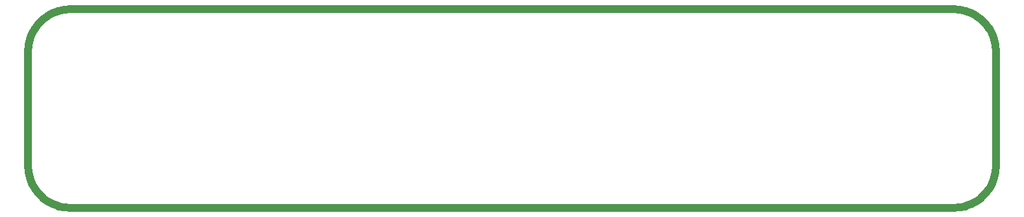
<source format=gm1>
G04 Layer_Color=16711935*
%FSLAX25Y25*%
%MOIN*%
G70*
G01*
G75*
%ADD29C,0.03937*%
D29*
X244668Y41110D02*
G03*
X244514Y41350I-1730J-940D01*
G01*
X242831Y43598D02*
G03*
X242647Y43810I-1576J-1180D01*
G01*
X247189Y35492D02*
G03*
X247109Y35763I-1924J-418D01*
G01*
X246129Y38391D02*
G03*
X246012Y38649I-1845J-686D01*
G01*
X244666Y41113D02*
G03*
X244514Y41350I-1728J-943D01*
G01*
X242831Y43598D02*
G03*
X242646Y43812I-1576J-1180D01*
G01*
X246129Y38393D02*
G03*
X246010Y38652I-1845J-688D01*
G01*
X247827Y32465D02*
G03*
X247786Y32748I-1964J-136D01*
G01*
X247189Y35492D02*
G03*
X247110Y35761I-1924J-418D01*
G01*
X248032Y29528D02*
G03*
X248026Y29672I-1969J0D01*
G01*
X248032Y29528D02*
G03*
X248027Y29668I-1969J0D01*
G01*
X247826Y32469D02*
G03*
X247786Y32748I-1964J-140D01*
G01*
X232614Y50259D02*
G03*
X232342Y50339I-690J-1844D01*
G01*
X235499Y49161D02*
G03*
X235241Y49279I-943J-1728D01*
G01*
X235502Y49160D02*
G03*
X235243Y49278I-947J-1726D01*
G01*
X232612Y50260D02*
G03*
X232342Y50339I-688J-1845D01*
G01*
X229598Y50936D02*
G03*
X229320Y50976I-418J-1924D01*
G01*
X226518Y51176D02*
G03*
X226378Y51181I-140J-1964D01*
G01*
X226523Y51176D02*
G03*
X226378Y51181I-145J-1963D01*
G01*
X229598Y50936D02*
G03*
X229315Y50976I-418J-1924D01*
G01*
X240662Y45796D02*
G03*
X240449Y45981I-1393J-1391D01*
G01*
X238200Y47664D02*
G03*
X237964Y47815I-1180J-1576D01*
G01*
X240661Y45796D02*
G03*
X240449Y45981I-1392J-1392D01*
G01*
X238200Y47664D02*
G03*
X237961Y47817I-1180J-1576D01*
G01*
X248027Y-29668D02*
G03*
X248032Y-29528I-1964J140D01*
G01*
X248026Y-29672D02*
G03*
X248032Y-29528I-1963J145D01*
G01*
X247786Y-32748D02*
G03*
X247827Y-32465I-1924J418D01*
G01*
X247110Y-35761D02*
G03*
X247189Y-35492I-1845J688D01*
G01*
X247786Y-32748D02*
G03*
X247826Y-32469I-1924J418D01*
G01*
X247110Y-35761D02*
G03*
X247189Y-35492I-1845J688D01*
G01*
X246012Y-38649D02*
G03*
X246129Y-38393I-1728J943D01*
G01*
X246012Y-38649D02*
G03*
X246129Y-38393I-1728J943D01*
G01*
X244514Y-41350D02*
G03*
X244666Y-41113I-1576J1180D01*
G01*
X242647Y-43810D02*
G03*
X242831Y-43598I-1392J1392D01*
G01*
X244514Y-41350D02*
G03*
X244666Y-41113I-1576J1180D01*
G01*
X242646Y-43812D02*
G03*
X242831Y-43598I-1391J1393D01*
G01*
X240449Y-45981D02*
G03*
X240662Y-45796I-1180J1576D01*
G01*
X240449Y-45981D02*
G03*
X240661Y-45796I-1180J1576D01*
G01*
X237964Y-47815D02*
G03*
X238200Y-47664I-943J1728D01*
G01*
X237964Y-47815D02*
G03*
X238200Y-47664I-943J1728D01*
G01*
X235241Y-49279D02*
G03*
X235499Y-49161I-686J1845D01*
G01*
X232341Y-50339D02*
G03*
X232612Y-50260I-417J1924D01*
G01*
X235243Y-49278D02*
G03*
X235499Y-49161I-688J1845D01*
G01*
X232342Y-50339D02*
G03*
X232614Y-50259I-418J1924D01*
G01*
X229320Y-50976D02*
G03*
X229599Y-50936I-140J1964D01*
G01*
X229315Y-50976D02*
G03*
X229598Y-50936I-136J1964D01*
G01*
X226378Y-51181D02*
G03*
X226523Y-51176I0J1969D01*
G01*
X226378Y-51181D02*
G03*
X226518Y-51176I0J1969D01*
G01*
X-226378Y51181D02*
G03*
X-226518Y51176I0J-1969D01*
G01*
X-229316Y50976D02*
G03*
X-229598Y50936I136J-1964D01*
G01*
X-226378Y51181D02*
G03*
X-226522Y51176I0J-1969D01*
G01*
X-229320Y50976D02*
G03*
X-229598Y50936I140J-1964D01*
G01*
X-232342Y50339D02*
G03*
X-232612Y50260I418J-1924D01*
G01*
X-232342Y50339D02*
G03*
X-232612Y50260I418J-1924D01*
G01*
X-235243Y49278D02*
G03*
X-235499Y49161I688J-1845D01*
G01*
X-235243Y49278D02*
G03*
X-235499Y49161I688J-1845D01*
G01*
X-237964Y47815D02*
G03*
X-238200Y47664I943J-1728D01*
G01*
X-237964Y47815D02*
G03*
X-238200Y47664I943J-1728D01*
G01*
X-240449Y45981D02*
G03*
X-240661Y45796I1180J-1576D01*
G01*
X-240449Y45981D02*
G03*
X-240662Y45796I1180J-1576D01*
G01*
X-242646Y43812D02*
G03*
X-242831Y43598I1391J-1393D01*
G01*
X-242647Y43810D02*
G03*
X-242831Y43598I1392J-1392D01*
G01*
X-244514Y41350D02*
G03*
X-244666Y41113I1576J-1180D01*
G01*
X-244514Y41350D02*
G03*
X-244667Y41111I1576J-1180D01*
G01*
X-246010Y38651D02*
G03*
X-246129Y38393I1726J-946D01*
G01*
X-246012Y38649D02*
G03*
X-246129Y38391I1728J-943D01*
G01*
X-247109Y35763D02*
G03*
X-247189Y35492I1844J-690D01*
G01*
X-247110Y35761D02*
G03*
X-247190Y35489I1845J-688D01*
G01*
X-247785Y32751D02*
G03*
X-247826Y32469I1923J-422D01*
G01*
X-247786Y32748D02*
G03*
X-247826Y32466I1924J-418D01*
G01*
X-248026Y29671D02*
G03*
X-248032Y29528I1963J-144D01*
G01*
X-248027Y29668D02*
G03*
X-248032Y29528I1964J-140D01*
G01*
X-232612Y-50260D02*
G03*
X-232342Y-50339I688J1845D01*
G01*
X-235502Y-49160D02*
G03*
X-235243Y-49278I947J1726D01*
G01*
X-240661Y-45796D02*
G03*
X-240449Y-45981I1392J1392D01*
G01*
X-240662Y-45796D02*
G03*
X-240449Y-45981I1393J1391D01*
G01*
X-238200Y-47664D02*
G03*
X-237964Y-47815I1180J1576D01*
G01*
X-238200Y-47664D02*
G03*
X-237961Y-47817I1180J1576D01*
G01*
X-229598Y-50936D02*
G03*
X-229316Y-50976I418J1924D01*
G01*
X-226518Y-51176D02*
G03*
X-226378Y-51181I140J1964D01*
G01*
X-226522Y-51176D02*
G03*
X-226378Y-51181I144J1963D01*
G01*
X-235499Y-49161D02*
G03*
X-235243Y-49278I943J1728D01*
G01*
X-229601Y-50935D02*
G03*
X-229320Y-50976I422J1923D01*
G01*
X-232612Y-50260D02*
G03*
X-232339Y-50340I688J1845D01*
G01*
X-246129Y-38393D02*
G03*
X-246012Y-38649I1845J688D01*
G01*
X-247189Y-35492D02*
G03*
X-247110Y-35761I1924J418D01*
G01*
X-248032Y-29528D02*
G03*
X-248026Y-29671I1969J0D01*
G01*
X-247826Y-32466D02*
G03*
X-247786Y-32748I1964J137D01*
G01*
X-248032Y-29528D02*
G03*
X-248027Y-29668I1969J0D01*
G01*
X-247826Y-32469D02*
G03*
X-247785Y-32751I1964J140D01*
G01*
X-247190Y-35489D02*
G03*
X-247110Y-35761I1924J415D01*
G01*
X-242831Y-43598D02*
G03*
X-242646Y-43812I1576J1180D01*
G01*
X-246129Y-38393D02*
G03*
X-246010Y-38651I1845J688D01*
G01*
X-244667Y-41111D02*
G03*
X-244514Y-41350I1729J941D01*
G01*
X-244666Y-41113D02*
G03*
X-244514Y-41350I1728J943D01*
G01*
X-242831Y-43598D02*
G03*
X-242647Y-43810I1576J1180D01*
G01*
X244666Y41113D02*
X244668Y41110D01*
X246010Y38652D01*
X246012Y38649D01*
X242831Y43598D02*
X244514Y41350D01*
X246129Y38393D02*
X246129Y38391D01*
X247109Y35763D01*
X247110Y35761D01*
X240661Y45796D02*
X240662Y45796D01*
X242646Y43812D01*
X242647Y43810D01*
X247826Y32469D02*
X247827Y32465D01*
X248026Y29672D01*
X248027Y29668D01*
X247189Y35492D02*
X247786Y32748D01*
X235241Y49279D02*
X235243Y49278D01*
X232614Y50259D02*
X235241Y49279D01*
X232612Y50260D02*
X232614Y50259D01*
X237961Y47817D02*
X237964Y47815D01*
X235502Y49160D02*
X237961Y47817D01*
X235499Y49161D02*
X235502Y49160D01*
X229598Y50936D02*
X232342Y50339D01*
X229315Y50976D02*
X229320Y50976D01*
X226523Y51176D02*
X229315Y50976D01*
X226518Y51176D02*
X226523Y51176D01*
X238200Y47664D02*
X240449Y45981D01*
X248032Y-29528D02*
Y29528D01*
X248026Y-29672D02*
X248027Y-29668D01*
X247827Y-32465D02*
X248026Y-29672D01*
X247826Y-32469D02*
X247827Y-32465D01*
X247189Y-35492D02*
X247786Y-32748D01*
X246129Y-38393D02*
X247110Y-35761D01*
X244666Y-41113D02*
X246012Y-38649D01*
X242831Y-43598D02*
X244514Y-41350D01*
X242646Y-43812D02*
X242647Y-43810D01*
X240662Y-45796D02*
X242646Y-43812D01*
X240661Y-45796D02*
X240662Y-45796D01*
X238200Y-47664D02*
X240449Y-45981D01*
X235499Y-49161D02*
X237964Y-47815D01*
X235241Y-49279D02*
X235243Y-49278D01*
X232614Y-50259D02*
X235241Y-49279D01*
X232612Y-50260D02*
X232614Y-50259D01*
X232341Y-50339D02*
X232342Y-50339D01*
X229599Y-50936D02*
X232341Y-50339D01*
X229598Y-50936D02*
X229599Y-50936D01*
X229315Y-50976D02*
X229320Y-50976D01*
X226523Y-51176D02*
X229315Y-50976D01*
X226518Y-51176D02*
X226523Y-51176D01*
X-226378Y51181D02*
X226378D01*
X-226522Y51176D02*
X-226518Y51176D01*
X-229316Y50976D02*
X-226522Y51176D01*
X-229320Y50976D02*
X-229316Y50976D01*
X-232342Y50339D02*
X-229598Y50936D01*
X-235243Y49278D02*
X-232612Y50260D01*
X-237964Y47815D02*
X-235499Y49161D01*
X-240449Y45981D02*
X-238200Y47664D01*
X-240662Y45796D02*
X-240661Y45796D01*
X-242646Y43812D02*
X-240662Y45796D01*
X-242647Y43810D02*
X-242646Y43812D01*
X-244514Y41350D02*
X-242831Y43598D01*
X-244667Y41111D02*
X-244666Y41113D01*
X-246010Y38651D02*
X-244667Y41111D01*
X-246012Y38649D02*
X-246010Y38651D01*
X-246129Y38391D02*
X-246129Y38393D01*
X-247109Y35763D02*
X-246129Y38391D01*
X-247110Y35761D02*
X-247109Y35763D01*
X-247190Y35489D02*
X-247189Y35492D01*
X-247785Y32751D02*
X-247190Y35489D01*
X-247786Y32748D02*
X-247785Y32751D01*
X-247826Y32466D02*
X-247826Y32469D01*
X-248026Y29671D02*
X-247826Y32466D01*
X-248027Y29668D02*
X-248026Y29671D01*
X-248032Y-29528D02*
Y29528D01*
X-240449Y-45981D02*
X-238200Y-47664D01*
X-226378Y-51181D02*
X226378D01*
X-226522Y-51176D02*
X-226518Y-51176D01*
X-229316Y-50976D02*
X-226522Y-51176D01*
X-229320Y-50976D02*
X-229316Y-50976D01*
X-235502Y-49160D02*
X-235499Y-49161D01*
X-237961Y-47817D02*
X-235502Y-49160D01*
X-237964Y-47815D02*
X-237961Y-47817D01*
X-235243Y-49278D02*
X-232612Y-50260D01*
X-229601Y-50935D02*
X-229598Y-50936D01*
X-232339Y-50340D02*
X-229601Y-50935D01*
X-232342Y-50339D02*
X-232339Y-50340D01*
X-248027Y-29668D02*
X-248026Y-29671D01*
X-247826Y-32466D01*
X-247826Y-32469D01*
X-247786Y-32748D02*
X-247785Y-32751D01*
X-247190Y-35489D01*
X-247189Y-35492D01*
X-242647Y-43810D02*
X-242646Y-43812D01*
X-240662Y-45796D01*
X-240661Y-45796D01*
X-247110Y-35761D02*
X-246129Y-38393D01*
X-246012Y-38649D02*
X-246010Y-38651D01*
X-244667Y-41111D01*
X-244666Y-41113D01*
X-244514Y-41350D02*
X-242831Y-43598D01*
M02*

</source>
